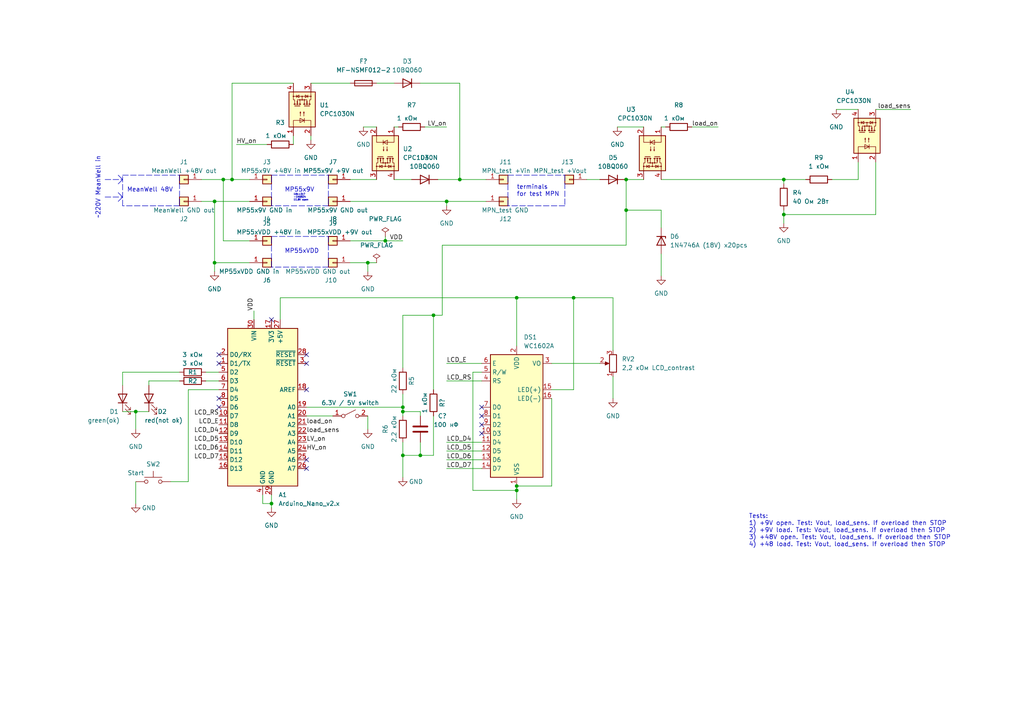
<source format=kicad_sch>
(kicad_sch (version 20211123) (generator eeschema)
  (paper "A4")
  (title_block (title "MPNtest") (date "2022-05-14"))
  (lib_symbols
    (symbol "Connector_Generic:Conn_01x01" (pin_names (offset 1.016) hide)
      (property "Reference" "J" (at 0 2.54 0))
      (property "Value" "Conn_01x01" (at 0 -2.54 0))
      (symbol "Conn_01x01_1_1"
        (rectangle (start -1.27 0.127) (end 0 -0.127) (stroke (width 0.1524)))
        (rectangle (start -1.27 1.27) (end 1.27 -1.27) (stroke (width 0.254)) (fill (type background)))
        (pin passive line (at -5.08 0 0) (length 3.81) (name "Pin_1") (number "1"))
      )
    )
    (symbol "Device:C" (pin_numbers hide) (pin_names (offset 0.254))
      (property "Reference" "C" (at 0.635 2.54 0))
      (property "Value" "C" (at 0.635 -2.54 0))
      (symbol "C_0_1"
        (polyline (pts (xy -2.032 -0.762) (xy 2.032 -0.762)) (stroke (width 0.508)))
        (polyline (pts (xy -2.032 0.762) (xy 2.032 0.762)) (stroke (width 0.508)))
      )
      (symbol "C_1_1"
        (pin passive line (at 0 3.81 270) (length 2.794) (name "~") (number "1"))
        (pin passive line (at 0 -3.81 90) (length 2.794) (name "~") (number "2"))
      )
    )
    (symbol "Device:D_Zener" (pin_numbers hide) (pin_names (offset 1.016) hide)
      (property "Reference" "D" (at 0 2.54 0))
      (property "Value" "D_Zener" (at 0 -2.54 0))
      (symbol "D_Zener_0_1"
        (polyline (pts (xy 1.27 0) (xy -1.27 0)))
        (polyline (pts (xy -1.27 -1.27) (xy -1.27 1.27) (xy -0.762 1.27)) (stroke (width 0.254)))
        (polyline (pts (xy 1.27 -1.27) (xy 1.27 1.27) (xy -1.27 0) (xy 1.27 -1.27)) (stroke (width 0.254)))
      )
      (symbol "D_Zener_1_1"
        (pin passive line (at -3.81 0 0) (length 2.54) (name "K") (number "1"))
        (pin passive line (at 3.81 0 180) (length 2.54) (name "A") (number "2"))
      )
    )
    (symbol "Device:Fuse" (pin_numbers hide) (pin_names (offset 0))
      (property "Reference" "F" (at 2.032 0 90))
      (property "Value" "Fuse" (at -1.905 0 90))
      (symbol "Fuse_0_1"
        (rectangle (start -0.762 -2.54) (end 0.762 2.54) (stroke (width 0.254)))
        (polyline (pts (xy 0 2.54) (xy 0 -2.54)))
      )
      (symbol "Fuse_1_1"
        (pin passive line (at 0 3.81 270) (length 1.27) (name "~") (number "1"))
        (pin passive line (at 0 -3.81 90) (length 1.27) (name "~") (number "2"))
      )
    )
    (symbol "Device:LED" (pin_numbers hide) (pin_names (offset 1.016) hide)
      (property "Reference" "D" (at 0 2.54 0))
      (property "Value" "LED" (at 0 -2.54 0))
      (symbol "LED_0_1"
        (polyline (pts (xy -1.27 -1.27) (xy -1.27 1.27)) (stroke (width 0.254)))
        (polyline (pts (xy -1.27 0) (xy 1.27 0)))
        (polyline (pts (xy 1.27 -1.27) (xy 1.27 1.27) (xy -1.27 0) (xy 1.27 -1.27)) (stroke (width 0.254)))
        (polyline (pts (xy -3.048 -0.762) (xy -4.572 -2.286) (xy -3.81 -2.286) (xy -4.572 -2.286) (xy -4.572 -1.524)))
        (polyline (pts (xy -1.778 -0.762) (xy -3.302 -2.286) (xy -2.54 -2.286) (xy -3.302 -2.286) (xy -3.302 -1.524)))
      )
      (symbol "LED_1_1"
        (pin passive line (at -3.81 0 0) (length 2.54) (name "K") (number "1"))
        (pin passive line (at 3.81 0 180) (length 2.54) (name "A") (number "2"))
      )
    )
    (symbol "Device:R" (pin_numbers hide) (pin_names (offset 0))
      (property "Reference" "R" (at 2.032 0 90))
      (property "Value" "R" (at 0 0 90))
      (symbol "R_0_1"
        (rectangle (start -1.016 -2.54) (end 1.016 2.54) (stroke (width 0.254)))
      )
      (symbol "R_1_1"
        (pin passive line (at 0 3.81 270) (length 1.27) (name "~") (number "1"))
        (pin passive line (at 0 -3.81 90) (length 1.27) (name "~") (number "2"))
      )
    )
    (symbol "Device:R_Potentiometer" (pin_names (offset 1.016) hide)
      (property "Reference" "RV" (at -4.445 0 90))
      (property "Value" "R_Potentiometer" (at -2.54 0 90))
      (symbol "R_Potentiometer_0_1"
        (polyline (pts (xy 2.54 0) (xy 1.524 0)))
        (polyline (pts (xy 1.143 0) (xy 2.286 0.508) (xy 2.286 -0.508) (xy 1.143 0)) (fill (type outline)))
        (rectangle (start 1.016 2.54) (end -1.016 -2.54) (stroke (width 0.254)))
      )
      (symbol "R_Potentiometer_1_1"
        (pin passive line (at 0 3.81 270) (length 1.27) (name "1") (number "1"))
        (pin passive line (at 3.81 0 180) (length 1.27) (name "2") (number "2"))
        (pin passive line (at 0 -3.81 90) (length 1.27) (name "3") (number "3"))
      )
    )
    (symbol "Diode:1N4001" (pin_numbers hide) (pin_names (offset 1.016) hide)
      (property "Reference" "D" (at 0 2.54 0))
      (property "Value" "1N4001" (at 0 -2.54 0))
      (symbol "1N4001_0_1"
        (polyline (pts (xy -1.27 1.27) (xy -1.27 -1.27)) (stroke (width 0.254)))
        (polyline (pts (xy 1.27 0) (xy -1.27 0)))
        (polyline (pts (xy 1.27 1.27) (xy 1.27 -1.27) (xy -1.27 0) (xy 1.27 1.27)) (stroke (width 0.254)))
      )
      (symbol "1N4001_1_1"
        (pin passive line (at -3.81 0 0) (length 2.54) (name "K") (number "1"))
        (pin passive line (at 3.81 0 180) (length 2.54) (name "A") (number "2"))
      )
    )
    (symbol "Display_Character:WC1602A"
      (property "Reference" "DS" (at -5.842 19.05 0))
      (property "Value" "WC1602A" (at 5.334 19.05 0))
      (symbol "WC1602A_1_1"
        (rectangle (start -7.62 17.78) (end 7.62 -17.78) (stroke (width 0.254)) (fill (type background)))
        (pin power_in line (at 0 -20.32 90) (length 2.54) (name "VSS") (number "1"))
        (pin input line (at -10.16 -5.08 0) (length 2.54) (name "D3") (number "10"))
        (pin input line (at -10.16 -7.62 0) (length 2.54) (name "D4") (number "11"))
        (pin input line (at -10.16 -10.16 0) (length 2.54) (name "D5") (number "12"))
        (pin input line (at -10.16 -12.7 0) (length 2.54) (name "D6") (number "13"))
        (pin input line (at -10.16 -15.24 0) (length 2.54) (name "D7") (number "14"))
        (pin power_in line (at 10.16 7.62 180) (length 2.54) (name "LED(+)") (number "15"))
        (pin power_in line (at 10.16 5.08 180) (length 2.54) (name "LED(-)") (number "16"))
        (pin power_in line (at 0 20.32 270) (length 2.54) (name "VDD") (number "2"))
        (pin input line (at 10.16 15.24 180) (length 2.54) (name "VO") (number "3"))
        (pin input line (at -10.16 10.16 0) (length 2.54) (name "RS") (number "4"))
        (pin input line (at -10.16 12.7 0) (length 2.54) (name "R/W") (number "5"))
        (pin input line (at -10.16 15.24 0) (length 2.54) (name "E") (number "6"))
        (pin input line (at -10.16 2.54 0) (length 2.54) (name "D0") (number "7"))
        (pin input line (at -10.16 0 0) (length 2.54) (name "D1") (number "8"))
        (pin input line (at -10.16 -2.54 0) (length 2.54) (name "D2") (number "9"))
      )
    )
    (symbol "MCU_Module:Arduino_Nano_v2.x"
      (property "Reference" "A" (at -10.16 23.495 0))
      (property "Value" "Arduino_Nano_v2.x" (at 5.08 -24.13 0))
      (symbol "Arduino_Nano_v2.x_0_1"
        (rectangle (start -10.16 22.86) (end 10.16 -22.86) (stroke (width 0.254)) (fill (type background)))
      )
      (symbol "Arduino_Nano_v2.x_1_1"
        (pin bidirectional line (at -12.7 12.7 0) (length 2.54) (name "D1/TX") (number "1"))
        (pin bidirectional line (at -12.7 -2.54 0) (length 2.54) (name "D7") (number "10"))
        (pin bidirectional line (at -12.7 -5.08 0) (length 2.54) (name "D8") (number "11"))
        (pin bidirectional line (at -12.7 -7.62 0) (length 2.54) (name "D9") (number "12"))
        (pin bidirectional line (at -12.7 -10.16 0) (length 2.54) (name "D10") (number "13"))
        (pin bidirectional line (at -12.7 -12.7 0) (length 2.54) (name "D11") (number "14"))
        (pin bidirectional line (at -12.7 -15.24 0) (length 2.54) (name "D12") (number "15"))
        (pin bidirectional line (at -12.7 -17.78 0) (length 2.54) (name "D13") (number "16"))
        (pin power_out line (at 2.54 25.4 270) (length 2.54) (name "3V3") (number "17"))
        (pin input line (at 12.7 5.08 180) (length 2.54) (name "AREF") (number "18"))
        (pin bidirectional line (at 12.7 0 180) (length 2.54) (name "A0") (number "19"))
        (pin bidirectional line (at -12.7 15.24 0) (length 2.54) (name "D0/RX") (number "2"))
        (pin bidirectional line (at 12.7 -2.54 180) (length 2.54) (name "A1") (number "20"))
        (pin bidirectional line (at 12.7 -5.08 180) (length 2.54) (name "A2") (number "21"))
        (pin bidirectional line (at 12.7 -7.62 180) (length 2.54) (name "A3") (number "22"))
        (pin bidirectional line (at 12.7 -10.16 180) (length 2.54) (name "A4") (number "23"))
        (pin bidirectional line (at 12.7 -12.7 180) (length 2.54) (name "A5") (number "24"))
        (pin bidirectional line (at 12.7 -15.24 180) (length 2.54) (name "A6") (number "25"))
        (pin bidirectional line (at 12.7 -17.78 180) (length 2.54) (name "A7") (number "26"))
        (pin power_out line (at 5.08 25.4 270) (length 2.54) (name "+5V") (number "27"))
        (pin input line (at 12.7 15.24 180) (length 2.54) (name "~{RESET}") (number "28"))
        (pin power_in line (at 2.54 -25.4 90) (length 2.54) (name "GND") (number "29"))
        (pin input line (at 12.7 12.7 180) (length 2.54) (name "~{RESET}") (number "3"))
        (pin power_in line (at -2.54 25.4 270) (length 2.54) (name "VIN") (number "30"))
        (pin power_in line (at 0 -25.4 90) (length 2.54) (name "GND") (number "4"))
        (pin bidirectional line (at -12.7 10.16 0) (length 2.54) (name "D2") (number "5"))
        (pin bidirectional line (at -12.7 7.62 0) (length 2.54) (name "D3") (number "6"))
        (pin bidirectional line (at -12.7 5.08 0) (length 2.54) (name "D4") (number "7"))
        (pin bidirectional line (at -12.7 2.54 0) (length 2.54) (name "D5") (number "8"))
        (pin bidirectional line (at -12.7 0 0) (length 2.54) (name "D6") (number "9"))
      )
    )
    (symbol "Relay_SolidState:CPC1017N"
      (property "Reference" "U" (at -5.08 5.08 0))
      (property "Value" "CPC1017N" (at 0 5.08 0))
      (symbol "CPC1017N_0_1"
        (rectangle (start -5.08 3.81) (end 5.08 -3.81) (stroke (width 0.254)) (fill (type background)))
        (polyline (pts (xy -3.81 -0.635) (xy -2.54 -0.635)))
        (polyline (pts (xy 1.016 -0.635) (xy 1.016 -2.159)) (stroke (width 0.2032)))
        (polyline (pts (xy 1.016 2.159) (xy 1.016 0.635)) (stroke (width 0.2032)))
        (polyline (pts (xy 1.524 -0.508) (xy 1.524 -0.762)) (stroke (width 0.3556)))
        (polyline (pts (xy 2.794 0) (xy 3.81 0)))
        (polyline (pts (xy 3.429 -1.651) (xy 4.191 -1.651)))
        (polyline (pts (xy 3.429 1.651) (xy 4.191 1.651)))
        (polyline (pts (xy 3.81 -2.54) (xy 3.81 2.54)))
        (polyline (pts (xy 1.524 -2.032) (xy 1.524 -2.286) (xy 1.524 -2.286)) (stroke (width 0.3556)))
        (polyline (pts (xy 1.524 -1.27) (xy 1.524 -1.524) (xy 1.524 -1.524)) (stroke (width 0.3556)))
        (polyline (pts (xy 1.524 0.762) (xy 1.524 0.508) (xy 1.524 0.508)) (stroke (width 0.3556)))
        (polyline (pts (xy 1.524 1.524) (xy 1.524 1.27) (xy 1.524 1.27)) (stroke (width 0.3556)))
        (polyline (pts (xy 1.524 2.286) (xy 1.524 2.032) (xy 1.524 2.032)) (stroke (width 0.3556)))
        (polyline (pts (xy 1.651 -1.397) (xy 2.794 -1.397) (xy 2.794 -0.635)))
        (polyline (pts (xy 1.651 1.397) (xy 2.794 1.397) (xy 2.794 0.635)))
        (polyline (pts (xy -5.08 2.54) (xy -3.175 2.54) (xy -3.175 -2.54) (xy -5.08 -2.54)))
        (polyline (pts (xy -3.175 -0.635) (xy -3.81 0.635) (xy -2.54 0.635) (xy -3.175 -0.635)))
        (polyline (pts (xy 1.651 -2.159) (xy 2.794 -2.159) (xy 2.794 -2.54) (xy 5.08 -2.54)))
        (polyline (pts (xy 1.651 -0.635) (xy 2.794 -0.635) (xy 2.794 0.635) (xy 1.651 0.635)))
        (polyline (pts (xy 1.651 2.159) (xy 2.794 2.159) (xy 2.794 2.54) (xy 5.08 2.54)))
        (polyline (pts (xy 1.778 -1.397) (xy 2.286 -1.27) (xy 2.286 -1.524) (xy 1.778 -1.397)))
        (polyline (pts (xy 1.778 1.397) (xy 2.286 1.524) (xy 2.286 1.27) (xy 1.778 1.397)))
        (polyline (pts (xy 3.81 -1.651) (xy 3.429 -0.889) (xy 4.191 -0.889) (xy 3.81 -1.651)))
        (polyline (pts (xy 3.81 1.651) (xy 3.429 0.889) (xy 4.191 0.889) (xy 3.81 1.651)))
        (polyline (pts (xy -1.905 -0.508) (xy -0.635 -0.508) (xy -1.016 -0.635) (xy -1.016 -0.381) (xy -0.635 -0.508)))
        (polyline (pts (xy -1.905 0.508) (xy -0.635 0.508) (xy -1.016 0.381) (xy -1.016 0.635) (xy -0.635 0.508)))
        (circle (center 2.794 -0.635) (radius 0.127))
        (circle (center 2.794 0) (radius 0.127))
        (circle (center 2.794 0.635) (radius 0.127))
        (circle (center 3.81 -2.54) (radius 0.127))
        (circle (center 3.81 0) (radius 0.127))
        (circle (center 3.81 2.54) (radius 0.127))
      )
      (symbol "CPC1017N_1_1"
        (pin passive line (at -7.62 2.54 0) (length 2.54) (name "~") (number "1"))
        (pin passive line (at -7.62 -2.54 0) (length 2.54) (name "~") (number "2"))
        (pin passive line (at 7.62 -2.54 180) (length 2.54) (name "~") (number "3"))
        (pin passive line (at 7.62 2.54 180) (length 2.54) (name "~") (number "4"))
      )
    )
    (symbol "Switch:SW_Push" (pin_numbers hide) (pin_names (offset 1.016) hide)
      (property "Reference" "SW" (at 1.27 2.54 0))
      (property "Value" "SW_Push" (at 0 -1.524 0))
      (symbol "SW_Push_0_1"
        (circle (center -2.032 0) (radius 0.508))
        (polyline (pts (xy 0 1.27) (xy 0 3.048)))
        (polyline (pts (xy 2.54 1.27) (xy -2.54 1.27)))
        (circle (center 2.032 0) (radius 0.508))
        (pin passive line (at -5.08 0 0) (length 2.54) (name "1") (number "1"))
        (pin passive line (at 5.08 0 180) (length 2.54) (name "2") (number "2"))
      )
    )
    (symbol "Switch:SW_SPST" (pin_names (offset 0) hide)
      (property "Reference" "SW" (at 0 3.175 0))
      (property "Value" "SW_SPST" (at 0 -2.54 0))
      (symbol "SW_SPST_0_0"
        (circle (center -2.032 0) (radius 0.508))
        (polyline (pts (xy -1.524 0.254) (xy 1.524 1.778)))
        (circle (center 2.032 0) (radius 0.508))
      )
      (symbol "SW_SPST_1_1"
        (pin passive line (at -5.08 0 0) (length 2.54) (name "A") (number "1"))
        (pin passive line (at 5.08 0 180) (length 2.54) (name "B") (number "2"))
      )
    )
    (symbol "power:GND" (power) (pin_names (offset 0))
      (property "Value" "GND" (at 0 -3.81 0))
      (symbol "GND_0_1"
        (polyline (pts (xy 0 0) (xy 0 -1.27) (xy 1.27 -1.27) (xy 0 -2.54) (xy -1.27 -1.27) (xy 0 -1.27)))
      )
      (symbol "GND_1_1"
        (pin power_in line (at 0 0 270) (length 0) hide (name "GND") (number "1"))
      )
    )
    (symbol "power:PWR_FLAG" (power) (pin_numbers hide) (pin_names (offset 0) hide)
      (property "Value" "PWR_FLAG" (at 0 3.81 0))
      (symbol "PWR_FLAG_0_0"
        (pin power_out line (at 0 0 90) (length 0) (name "pwr") (number "1"))
      )
      (symbol "PWR_FLAG_0_1"
        (polyline (pts (xy 0 0) (xy 0 1.27) (xy -1.016 1.905) (xy 0 2.54) (xy 1.016 1.905) (xy 0 1.27)))
      )
    )
  )
  (junction (at 62.23 58.42))
  (junction (at 111.76 69.85))
  (junction (at 78.74 146.05))
  (junction (at 39.37 119.38))
  (junction (at 166.37 86.36))
  (junction (at 106.68 76.2))
  (junction (at 125.73 91.44))
  (junction (at 116.84 119.38))
  (junction (at 133.35 52.07))
  (junction (at 227.33 52.07))
  (junction (at 227.33 62.23))
  (junction (at 116.84 118.11))
  (junction (at 129.54 58.42))
  (junction (at 149.86 86.36))
  (junction (at 62.23 76.2))
  (junction (at 116.84 132.08))
  (junction (at 149.86 140.97))
  (junction (at 181.61 60.96))
  (junction (at 181.61 52.07))
  (junction (at 67.31 52.07))
  (junction (at 64.77 52.07))
  (junction (at 149.86 142.24))
  (junction (at 121.92 132.08))
  (no_connect (at 63.5 115.57))
  (no_connect (at 63.5 118.11))
  (no_connect (at 63.5 102.87))
  (no_connect (at 63.5 105.41))
  (no_connect (at 78.74 92.71))
  (no_connect (at 88.9 102.87))
  (no_connect (at 88.9 105.41))
  (no_connect (at 88.9 113.03))
  (no_connect (at 139.7 118.11))
  (no_connect (at 139.7 120.65))
  (no_connect (at 139.7 123.19))
  (no_connect (at 139.7 125.73))
  (no_connect (at 88.9 133.35))
  (no_connect (at 88.9 135.89))
  (wire (pts (xy 116.84 119.38) (xy 121.92 119.38)))
  (polyline (pts (xy 34.29 53.34) (xy 35.56 52.07)))
  (polyline (pts (xy 30.48 52.07) (xy 35.56 52.07)))
  (wire (pts (xy 181.61 52.07) (xy 186.69 52.07)))
  (wire (pts (xy 133.35 24.13) (xy 133.35 52.07)))
  (wire (pts (xy 121.92 128.27) (xy 121.92 132.08)))
  (wire (pts (xy 67.31 24.13) (xy 67.31 52.07)))
  (wire (pts (xy 39.37 119.38) (xy 39.37 124.46)))
  (polyline (pts (xy 163.83 59.69) (xy 147.32 59.69)))
  (wire (pts (xy 85.09 24.13) (xy 67.31 24.13)))
  (wire (pts (xy 101.6 58.42) (xy 129.54 58.42)))
  (wire (pts (xy 39.37 119.38) (xy 43.18 119.38)))
  (wire (pts (xy 101.6 52.07) (xy 109.22 52.07)))
  (wire (pts (xy 121.92 120.65) (xy 121.92 119.38)))
  (polyline (pts (xy 35.56 50.8) (xy 52.07 50.8)))
  (polyline (pts (xy 52.07 59.69) (xy 35.56 59.69)))
  (wire (pts (xy 81.28 86.36) (xy 81.28 92.71)))
  (wire (pts (xy 227.33 52.07) (xy 233.68 52.07)))
  (polyline (pts (xy 147.32 59.69) (xy 147.32 50.8)))
  (wire (pts (xy 181.61 71.12) (xy 181.61 60.96)))
  (wire (pts (xy 88.9 118.11) (xy 116.84 118.11)))
  (wire (pts (xy 129.54 128.27) (xy 139.7 128.27)))
  (wire (pts (xy 106.68 120.65) (xy 106.68 124.46)))
  (wire (pts (xy 241.3 52.07) (xy 248.92 52.07)))
  (wire (pts (xy 54.61 139.7) (xy 49.53 139.7)))
  (wire (pts (xy 133.35 52.07) (xy 140.97 52.07)))
  (wire (pts (xy 106.68 76.2) (xy 109.22 76.2)))
  (wire (pts (xy 242.57 31.75) (xy 248.92 31.75)))
  (wire (pts (xy 116.84 91.44) (xy 125.73 91.44)))
  (wire (pts (xy 76.2 143.51) (xy 76.2 146.05)))
  (polyline (pts (xy 95.25 77.47) (xy 78.74 77.47)))
  (wire (pts (xy 111.76 69.85) (xy 116.84 69.85)))
  (wire (pts (xy 254 62.23) (xy 254 46.99)))
  (polyline (pts (xy 147.32 50.8) (xy 163.83 50.8)))
  (polyline (pts (xy 34.29 55.88) (xy 35.56 57.15)))
  (polyline (pts (xy 163.83 50.8) (xy 163.83 59.69)))
  (wire (pts (xy 227.33 52.07) (xy 227.33 53.34)))
  (wire (pts (xy 35.56 107.95) (xy 35.56 111.76)))
  (wire (pts (xy 149.86 86.36) (xy 81.28 86.36)))
  (wire (pts (xy 62.23 76.2) (xy 62.23 58.42)))
  (polyline (pts (xy 78.74 50.8) (xy 95.25 50.8)))
  (wire (pts (xy 62.23 76.2) (xy 62.23 78.74)))
  (wire (pts (xy 116.84 128.27) (xy 116.84 132.08)))
  (wire (pts (xy 78.74 146.05) (xy 78.74 147.32)))
  (wire (pts (xy 88.9 120.65) (xy 96.52 120.65)))
  (wire (pts (xy 101.6 76.2) (xy 106.68 76.2)))
  (wire (pts (xy 248.92 52.07) (xy 248.92 46.99)))
  (wire (pts (xy 121.92 132.08) (xy 125.73 132.08)))
  (wire (pts (xy 85.09 39.37) (xy 85.09 41.91)))
  (polyline (pts (xy 78.74 59.69) (xy 78.74 50.8)))
  (wire (pts (xy 116.84 118.11) (xy 116.84 119.38)))
  (wire (pts (xy 39.37 139.7) (xy 39.37 146.05)))
  (wire (pts (xy 181.61 60.96) (xy 181.61 52.07)))
  (wire (pts (xy 58.42 58.42) (xy 62.23 58.42)))
  (wire (pts (xy 114.3 52.07) (xy 119.38 52.07)))
  (wire (pts (xy 121.92 24.13) (xy 133.35 24.13)))
  (wire (pts (xy 116.84 132.08) (xy 116.84 138.43)))
  (wire (pts (xy 58.42 52.07) (xy 64.77 52.07)))
  (polyline (pts (xy 34.29 58.42) (xy 35.56 57.15)))
  (wire (pts (xy 116.84 114.3) (xy 116.84 118.11)))
  (wire (pts (xy 125.73 91.44) (xy 125.73 113.03)))
  (wire (pts (xy 128.27 91.44) (xy 128.27 71.12)))
  (wire (pts (xy 116.84 119.38) (xy 116.84 120.65)))
  (wire (pts (xy 191.77 36.83) (xy 193.04 36.83)))
  (wire (pts (xy 179.07 36.83) (xy 186.69 36.83)))
  (wire (pts (xy 129.54 133.35) (xy 139.7 133.35)))
  (wire (pts (xy 59.69 107.95) (xy 63.5 107.95)))
  (wire (pts (xy 129.54 105.41) (xy 139.7 105.41)))
  (wire (pts (xy 116.84 91.44) (xy 116.84 106.68)))
  (wire (pts (xy 72.39 76.2) (xy 62.23 76.2)))
  (wire (pts (xy 59.69 110.49) (xy 63.5 110.49)))
  (wire (pts (xy 90.17 39.37) (xy 90.17 40.64)))
  (polyline (pts (xy 95.25 59.69) (xy 78.74 59.69)))
  (wire (pts (xy 139.7 107.95) (xy 137.16 107.95)))
  (wire (pts (xy 78.74 143.51) (xy 78.74 146.05)))
  (wire (pts (xy 227.33 62.23) (xy 227.33 64.77)))
  (wire (pts (xy 191.77 52.07) (xy 227.33 52.07)))
  (wire (pts (xy 116.84 132.08) (xy 121.92 132.08)))
  (wire (pts (xy 191.77 66.04) (xy 191.77 60.96)))
  (wire (pts (xy 125.73 91.44) (xy 128.27 91.44)))
  (wire (pts (xy 35.56 119.38) (xy 39.37 119.38)))
  (wire (pts (xy 177.8 109.22) (xy 177.8 115.57)))
  (wire (pts (xy 67.31 52.07) (xy 72.39 52.07)))
  (wire (pts (xy 101.6 69.85) (xy 111.76 69.85)))
  (wire (pts (xy 43.18 110.49) (xy 43.18 111.76)))
  (wire (pts (xy 149.86 140.97) (xy 149.86 142.24)))
  (wire (pts (xy 111.76 68.58) (xy 111.76 69.85)))
  (wire (pts (xy 73.66 90.17) (xy 73.66 92.71)))
  (wire (pts (xy 106.68 78.74) (xy 106.68 76.2)))
  (polyline (pts (xy 78.74 77.47) (xy 78.74 68.58)))
  (polyline (pts (xy 95.25 50.8) (xy 95.25 59.69)))
  (wire (pts (xy 177.8 86.36) (xy 177.8 101.6)))
  (wire (pts (xy 149.86 86.36) (xy 149.86 100.33)))
  (wire (pts (xy 52.07 110.49) (xy 43.18 110.49)))
  (wire (pts (xy 137.16 107.95) (xy 137.16 142.24)))
  (wire (pts (xy 90.17 24.13) (xy 101.6 24.13)))
  (wire (pts (xy 149.86 142.24) (xy 149.86 144.78)))
  (wire (pts (xy 129.54 58.42) (xy 129.54 59.69)))
  (wire (pts (xy 64.77 52.07) (xy 67.31 52.07)))
  (wire (pts (xy 227.33 60.96) (xy 227.33 62.23)))
  (polyline (pts (xy 35.56 59.69) (xy 35.56 50.8)))
  (wire (pts (xy 54.61 113.03) (xy 54.61 139.7)))
  (wire (pts (xy 76.2 146.05) (xy 78.74 146.05)))
  (wire (pts (xy 160.02 113.03) (xy 166.37 113.03)))
  (wire (pts (xy 68.58 41.91) (xy 77.47 41.91)))
  (wire (pts (xy 200.66 36.83) (xy 208.28 36.83)))
  (wire (pts (xy 127 52.07) (xy 133.35 52.07)))
  (wire (pts (xy 62.23 58.42) (xy 72.39 58.42)))
  (wire (pts (xy 63.5 113.03) (xy 54.61 113.03)))
  (wire (pts (xy 109.22 24.13) (xy 114.3 24.13)))
  (wire (pts (xy 123.19 36.83) (xy 129.54 36.83)))
  (wire (pts (xy 129.54 58.42) (xy 140.97 58.42)))
  (wire (pts (xy 105.41 36.83) (xy 109.22 36.83)))
  (wire (pts (xy 114.3 36.83) (xy 115.57 36.83)))
  (wire (pts (xy 64.77 69.85) (xy 64.77 52.07)))
  (polyline (pts (xy 34.29 50.8) (xy 35.56 52.07)))
  (wire (pts (xy 170.18 52.07) (xy 173.99 52.07)))
  (wire (pts (xy 160.02 115.57) (xy 160.02 140.97)))
  (polyline (pts (xy 95.25 68.58) (xy 95.25 77.47)))
  (polyline (pts (xy 78.74 68.58) (xy 95.25 68.58)))
  (wire (pts (xy 125.73 132.08) (xy 125.73 120.65)))
  (wire (pts (xy 166.37 86.36) (xy 149.86 86.36)))
  (wire (pts (xy 137.16 142.24) (xy 149.86 142.24)))
  (wire (pts (xy 177.8 86.36) (xy 166.37 86.36)))
  (wire (pts (xy 191.77 60.96) (xy 181.61 60.96)))
  (wire (pts (xy 191.77 73.66) (xy 191.77 80.01)))
  (wire (pts (xy 72.39 69.85) (xy 64.77 69.85)))
  (wire (pts (xy 166.37 113.03) (xy 166.37 86.36)))
  (wire (pts (xy 129.54 135.89) (xy 139.7 135.89)))
  (wire (pts (xy 254 31.75) (xy 264.16 31.75)))
  (wire (pts (xy 52.07 107.95) (xy 35.56 107.95)))
  (wire (pts (xy 160.02 140.97) (xy 149.86 140.97)))
  (wire (pts (xy 227.33 62.23) (xy 254 62.23)))
  (wire (pts (xy 160.02 105.41) (xy 173.99 105.41)))
  (wire (pts (xy 129.54 130.81) (xy 139.7 130.81)))
  (wire (pts (xy 128.27 71.12) (xy 181.61 71.12)))
  (polyline (pts (xy 52.07 50.8) (xy 52.07 59.69)))
  (wire (pts (xy 129.54 110.49) (xy 139.7 110.49)))
  (polyline (pts (xy 30.48 57.15) (xy 35.56 57.15)))
  (text "~220V MeanWell in\n" (at 29.21 63.5 90) (effects (font (size 1.27 1.27)) (justify left bottom)))
  (text "terminals \nfor test MPN" (at 149.86 57.15 0) (effects (font (size 1.27 1.27)) (justify left bottom)))
  (text "10k+2k7\n-1N5924\n11.8V open" (at 85.09 58.42 0) (effects (font (size 0.5 0.5)) (justify left bottom)))
  (text "MeanWell 48V" (at 36.83 55.88 0) (effects (font (size 1.27 1.27)) (justify left bottom)))
  (text "Tests:\n1) +9V open. Test: Vout, load_sens. If overload then STOP\n2) +9V load. Test: Vout, load_sens. If overload then STOP\n3) +48V open. Test: Vout, load_sens. If overload then STOP\n4) +48 load. Test: Vout, load_sens. If overload then STOP\n" (at 217.17 158.75 0) (effects (font (size 1.27 1.27)) (justify left bottom)))
  (text "MP55xVDD" (at 82.55 73.66 0) (effects (font (size 1.27 1.27)) (justify left bottom)))
  (text "MP55x9V" (at 82.55 55.88 0) (effects (font (size 1.27 1.27)) (justify left bottom)))
  (label "LCD_D5" (at 63.5 128.27 180))
  (label "LV_on" (at 88.9 128.27 0))
  (label "HV_on" (at 88.9 130.81 0))
  (label "load_sens" (at 264.16 31.75 180))
  (label "LCD_D5" (at 129.54 130.81 0))
  (label "LCD_E" (at 129.54 105.41 0))
  (label "LCD_E" (at 63.5 123.19 180))
  (label "load_on" (at 88.9 123.19 0))
  (label "LV_on" (at 129.54 36.83 180))
  (label "VDD" (at 73.66 90.17 90))
  (label "load_sens" (at 88.9 125.73 0))
  (label "LCD_D7" (at 63.5 133.35 180))
  (label "LCD_RS" (at 129.54 110.49 0))
  (label "HV_on" (at 68.58 41.91 0))
  (label "load_on" (at 208.28 36.83 180))
  (label "LCD_D6" (at 63.5 130.81 180))
  (label "LCD_D4" (at 63.5 125.73 180))
  (label "LCD_D6" (at 129.54 133.35 0))
  (label "LCD_D4" (at 129.54 128.27 0))
  (label "LCD_D7" (at 129.54 135.89 0))
  (label "LCD_RS" (at 63.5 120.65 180))
  (label "VDD" (at 116.84 69.85 180))
  (symbol (lib_id "Device:R") (at 81.28 41.91 90) (unit 1)
    (property "Reference" "R3" (at 81.28 35.56 90))
    (property "Value" "1 кОм" (at 80.01 39.37 90))
    (property "Footprint" "Resistor_THT:R_Axial_Power_L20.0mm_W6.4mm_P22.40mm" (effects hide))
  )
  (symbol (lib_id "power:GND") (at 177.8 115.57 0) (unit 1)
    (property "Reference" "#PWR0101" (effects hide))
    (property "Value" "GND" (at 177.8 120.65 0))
  )
  (symbol (lib_id "power:GND") (at 191.77 80.01 0) (unit 1)
    (property "Reference" "#PWR0115" (effects hide))
    (property "Value" "GND" (at 191.77 85.09 0))
  )
  (symbol (lib_id "power:GND") (at 62.23 78.74 0) (unit 1)
    (property "Reference" "#PWR0104" (effects hide))
    (property "Value" "GND" (at 62.23 83.82 0))
  )
  (symbol (lib_id "Device:R") (at 196.85 36.83 90) (unit 1)
    (property "Reference" "R8" (at 196.85 30.48 90))
    (property "Value" "1 кОм" (at 195.58 34.29 90))
    (property "Footprint" "Resistor_THT:R_Axial_Power_L20.0mm_W6.4mm_P22.40mm" (effects hide))
  )
  (symbol (lib_id "Connector_Generic:Conn_01x01") (at 53.34 52.07 180) (unit 1)
    (property "Reference" "J1" (at 53.34 46.99 0))
    (property "Value" "MeanWell +48V out" (at 53.34 49.53 0))
    (property "Footprint" "Connector_Wire:SolderWire-0.75sqmm_1x01_D1.25mm_OD2.3mm" (effects hide))
  )
  (symbol (lib_id "power:PWR_FLAG") (at 109.22 76.2 0) (unit 1)
    (property "Reference" "#FLG0102" (effects hide))
    (property "Value" "PWR_FLAG" (at 109.22 71.12 0))
  )
  (symbol (lib_id "Relay_SolidState:CPC1017N") (at 87.63 31.75 90) (unit 1)
    (property "Reference" "U1" (at 92.71 30.4799 90) (effects (justify right)))
    (property "Value" "CPC1030N" (at 92.71 33.0199 90) (effects (justify right)))
    (property "Footprint" "Package_SO:SOP-4_3.8x4.1mm_P2.54mm" (effects hide))
    (property "Datasheet" "http://www.ixysic.com/home/pdfs.nsf/www/CPC1017N.pdf/$file/CPC1017N.pdf" (effects hide))
  )
  (symbol (lib_id "Device:R") (at 227.33 57.15 0) (unit 1)
    (property "Reference" "R4" (at 229.87 55.8799 0) (effects (justify left)))
    (property "Value" "40 Ом 2Вт" (at 229.87 58.4199 0) (effects (justify left)))
    (property "Footprint" "Resistor_THT:R_Axial_Power_L20.0mm_W6.4mm_P22.40mm" (effects hide))
  )
  (symbol (lib_id "Connector_Generic:Conn_01x01") (at 77.47 58.42 0) (unit 1)
    (property "Reference" "J4" (at 76.2 63.5 0) (effects (justify left)))
    (property "Value" "MP55x9V GND in" (at 68.58 60.96 0) (effects (justify left)))
    (property "Footprint" "Connector_Wire:SolderWire-0.75sqmm_1x01_D1.25mm_OD2.3mm" (effects hide))
  )
  (symbol (lib_id "power:GND") (at 106.68 78.74 0) (unit 1)
    (property "Reference" "#PWR0114" (effects hide))
    (property "Value" "GND" (at 106.68 83.82 0))
  )
  (symbol (lib_id "MCU_Module:Arduino_Nano_v2.x") (at 76.2 118.11 0) (unit 1)
    (property "Reference" "A1" (at 80.7594 143.51 0) (effects (justify left)))
    (property "Value" "Arduino_Nano_v2.x" (at 80.7594 146.05 0) (effects (justify left)))
    (property "Footprint" "Module:Arduino_Nano" (effects hide))
    (property "Datasheet" "https://www.arduino.cc/en/uploads/Main/ArduinoNanoManual23.pdf" (effects hide))
  )
  (symbol (lib_id "Diode:1N4001") (at 118.11 24.13 180) (unit 1)
    (property "Reference" "D3" (at 118.11 17.78 0))
    (property "Value" "10BQ060" (at 118.11 20.32 0))
    (property "Footprint" "Diode_SMD:D_SMB" (effects hide))
    (property "Datasheet" "http://www.vishay.com/docs/88503/1n4001.pdf" (effects hide))
  )
  (symbol (lib_id "power:GND") (at 106.68 124.46 0) (unit 1)
    (property "Reference" "#PWR0103" (effects hide))
    (property "Value" "GND" (at 106.68 129.54 0))
  )
  (symbol (lib_id "power:GND") (at 179.07 36.83 0) (unit 1)
    (property "Reference" "#PWR0107" (effects hide))
    (property "Value" "GND" (at 179.07 41.91 0))
  )
  (symbol (lib_id "Device:LED") (at 43.18 115.57 90) (unit 1)
    (property "Reference" "D2" (at 45.72 119.38 90) (effects (justify right)))
    (property "Value" "red(not ok)" (at 41.91 121.92 90) (effects (justify right)))
    (property "Footprint" "Diode_THT:D_5W_P5.08mm_Vertical_AnodeUp" (effects hide))
  )
  (symbol (lib_id "Switch:SW_SPST") (at 101.6 120.65 0) (unit 1)
    (property "Reference" "SW1" (at 101.6 114.3 0))
    (property "Value" "6.3V / 5V switch" (at 101.6 116.84 0))
    (property "Footprint" "Connector_Wire:SolderWire-0.75sqmm_1x02_P4.8mm_D1.25mm_OD2.3mm" (effects hide))
  )
  (symbol (lib_id "Connector_Generic:Conn_01x01") (at 96.52 76.2 180) (unit 1)
    (property "Reference" "J10" (at 97.79 81.28 0) (effects (justify left)))
    (property "Value" "MP55xVDD GND out" (at 101.6 78.74 0) (effects (justify left)))
    (property "Footprint" "Connector_Wire:SolderWire-0.75sqmm_1x01_D1.25mm_OD2.3mm" (effects hide))
  )
  (symbol (lib_id "Connector_Generic:Conn_01x01") (at 165.1 52.07 180) (unit 1)
    (property "Reference" "J13" (at 166.37 46.99 0) (effects (justify left)))
    (property "Value" "MPN_test +Vout" (at 170.18 49.53 0) (effects (justify left)))
    (property "Footprint" "Connector_Wire:SolderWire-0.75sqmm_1x01_D1.25mm_OD2.3mm" (effects hide))
  )
  (symbol (lib_id "Diode:1N4001") (at 123.19 52.07 180) (unit 1)
    (property "Reference" "D4" (at 123.19 45.72 0))
    (property "Value" "10BQ060" (at 123.19 48.26 0))
    (property "Footprint" "Diode_SMD:D_SMB" (effects hide))
    (property "Datasheet" "http://www.vishay.com/docs/88503/1n4001.pdf" (effects hide))
  )
  (symbol (lib_id "Switch:SW_Push") (at 44.45 139.7 0) (unit 1)
    (property "Reference" "SW2" (at 44.45 134.62 0))
    (property "Value" "Start" (at 39.37 137.16 0))
    (property "Footprint" "Connector_Wire:SolderWire-0.75sqmm_1x02_P4.8mm_D1.25mm_OD2.3mm" (effects hide))
  )
  (symbol (lib_id "Device:R") (at 125.73 116.84 0) (unit 1)
    (property "Reference" "R?" (at 128.27 116.84 90))
    (property "Value" "1 кОм" (at 123.19 116.84 90))
    (property "Footprint" "Resistor_SMD:R_1206_3216Metric" (effects hide))
  )
  (symbol (lib_id "Device:R") (at 55.88 107.95 270) (unit 1)
    (property "Reference" "R2" (at 55.88 110.49 90))
    (property "Value" "3 кОм" (at 55.88 102.87 90))
    (property "Footprint" "Resistor_SMD:R_1206_3216Metric" (effects hide))
  )
  (symbol (lib_id "Connector_Generic:Conn_01x01") (at 77.47 52.07 0) (unit 1)
    (property "Reference" "J3" (at 76.2 46.99 0) (effects (justify left)))
    (property "Value" "MP55x9V +48V in" (at 69.85 49.53 0) (effects (justify left)))
    (property "Footprint" "Connector_Wire:SolderWire-0.75sqmm_1x01_D1.25mm_OD2.3mm" (effects hide))
  )
  (symbol (lib_id "Device:R") (at 237.49 52.07 90) (unit 1)
    (property "Reference" "R9" (at 237.49 45.72 90))
    (property "Value" "1 кОм" (at 237.49 48.26 90))
    (property "Footprint" "Resistor_THT:R_Axial_Power_L20.0mm_W6.4mm_P22.40mm" (effects hide))
  )
  (symbol (lib_id "power:GND") (at 149.86 144.78 0) (unit 1)
    (property "Reference" "#PWR0112" (effects hide))
    (property "Value" "GND" (at 149.86 149.86 0))
  )
  (symbol (lib_id "Connector_Generic:Conn_01x01") (at 77.47 69.85 0) (unit 1)
    (property "Reference" "J5" (at 76.2 64.77 0) (effects (justify left)))
    (property "Value" "MP55xVDD +48V in" (at 68.58 67.31 0) (effects (justify left)))
    (property "Footprint" "Connector_Wire:SolderWire-0.75sqmm_1x01_D1.25mm_OD2.3mm" (effects hide))
  )
  (symbol (lib_id "Connector_Generic:Conn_01x01") (at 146.05 52.07 0) (unit 1)
    (property "Reference" "J11" (at 144.78 46.99 0) (effects (justify left)))
    (property "Value" "MPN_test +Vin " (at 139.7 49.53 0) (effects (justify left)))
    (property "Footprint" "Connector_Wire:SolderWire-0.75sqmm_1x01_D1.25mm_OD2.3mm" (effects hide))
  )
  (symbol (lib_id "Connector_Generic:Conn_01x01") (at 53.34 58.42 180) (unit 1)
    (property "Reference" "J2" (at 53.34 63.5 0))
    (property "Value" "MeanWell GND out" (at 53.34 60.96 0))
    (property "Footprint" "Connector_Wire:SolderWire-0.75sqmm_1x01_D1.25mm_OD2.3mm" (effects hide))
  )
  (symbol (lib_id "Relay_SolidState:CPC1017N") (at 251.46 39.37 90) (unit 1)
    (property "Reference" "U4" (at 245.11 26.67 90) (effects (justify right)))
    (property "Value" "CPC1030N" (at 242.57 29.21 90) (effects (justify right)))
    (property "Footprint" "Package_SO:SOP-4_3.8x4.1mm_P2.54mm" (effects hide))
    (property "Datasheet" "http://www.ixysic.com/home/pdfs.nsf/www/CPC1017N.pdf/$file/CPC1017N.pdf" (effects hide))
  )
  (symbol (lib_id "Relay_SolidState:CPC1017N") (at 189.23 44.45 270) (unit 1)
    (property "Reference" "U3" (at 181.61 31.75 90) (effects (justify left)))
    (property "Value" "CPC1030N" (at 179.07 34.29 90) (effects (justify left)))
    (property "Footprint" "Package_SO:SOP-4_3.8x4.1mm_P2.54mm" (effects hide))
    (property "Datasheet" "http://www.ixysic.com/home/pdfs.nsf/www/CPC1017N.pdf/$file/CPC1017N.pdf" (effects hide))
  )
  (symbol (lib_id "power:GND") (at 78.74 147.32 0) (unit 1)
    (property "Reference" "#PWR0102" (effects hide))
    (property "Value" "GND" (at 78.74 152.4 0))
  )
  (symbol (lib_id "Device:R") (at 116.84 124.46 0) (unit 1)
    (property "Reference" "R6" (at 111.76 124.46 90))
    (property "Value" "2,2 кОм" (at 114.3 124.46 90))
    (property "Footprint" "Resistor_SMD:R_1206_3216Metric" (effects hide))
  )
  (symbol (lib_id "Device:R_Potentiometer") (at 177.8 105.41 180) (unit 1)
    (property "Reference" "RV2" (at 180.34 104.1399 0) (effects (justify right)))
    (property "Value" "2,2 кОм LCD_contrast" (at 180.34 106.6799 0) (effects (justify right)))
    (property "Footprint" "Potentiometer_THT:Potentiometer_ACP_CA9-H2,5_Horizontal" (effects hide))
  )
  (symbol (lib_id "Device:C") (at 121.92 124.46 0) (unit 1)
    (property "Reference" "C?" (at 127 120.65 0) (effects (justify left)))
    (property "Value" "100 нФ" (at 125.73 123.19 0) (effects (justify left)))
  )
  (symbol (lib_id "power:GND") (at 129.54 59.69 0) (unit 1)
    (property "Reference" "#PWR0108" (effects hide))
    (property "Value" "GND" (at 129.54 64.77 0))
  )
  (symbol (lib_id "Device:R") (at 116.84 110.49 0) (unit 1)
    (property "Reference" "R5" (at 119.38 110.49 90))
    (property "Value" "22 кОм" (at 114.3 110.49 90))
    (property "Footprint" "Resistor_SMD:R_1206_3216Metric" (effects hide))
  )
  (symbol (lib_id "Device:LED") (at 35.56 115.57 90) (unit 1)
    (property "Reference" "D1" (at 31.75 119.38 90) (effects (justify right)))
    (property "Value" "green(ok)" (at 25.4 121.92 90) (effects (justify right)))
    (property "Footprint" "Diode_THT:D_5W_P5.08mm_Vertical_AnodeUp" (effects hide))
  )
  (symbol (lib_id "power:PWR_FLAG") (at 111.76 68.58 0) (unit 1)
    (property "Reference" "#FLG0101" (effects hide))
    (property "Value" "PWR_FLAG" (at 111.76 63.5 0))
  )
  (symbol (lib_id "power:GND") (at 39.37 146.05 0) (unit 1)
    (property "Reference" "#PWR0109" (effects hide))
    (property "Value" "GND" (at 43.18 147.32 0))
  )
  (symbol (lib_id "Device:R") (at 119.38 36.83 90) (unit 1)
    (property "Reference" "R7" (at 119.38 30.48 90))
    (property "Value" "1 кОм" (at 118.11 34.29 90))
    (property "Footprint" "Resistor_THT:R_Axial_Power_L20.0mm_W6.4mm_P22.40mm" (effects hide))
  )
  (symbol (lib_id "Diode:1N4001") (at 177.8 52.07 180) (unit 1)
    (property "Reference" "D5" (at 177.8 45.72 0))
    (property "Value" "10BQ060" (at 177.8 48.26 0))
    (property "Footprint" "Diode_SMD:D_SMB" (effects hide))
    (property "Datasheet" "http://www.vishay.com/docs/88503/1n4001.pdf" (effects hide))
  )
  (symbol (lib_id "power:GND") (at 116.84 138.43 0) (unit 1)
    (property "Reference" "#PWR0113" (effects hide))
    (property "Value" "GND" (at 120.65 139.7 0))
  )
  (symbol (lib_id "power:GND") (at 227.33 64.77 0) (unit 1)
    (property "Reference" "#PWR0106" (effects hide))
    (property "Value" "GND" (at 227.33 69.85 0))
  )
  (symbol (lib_id "Relay_SolidState:CPC1017N") (at 111.76 44.45 270) (unit 1)
    (property "Reference" "U2" (at 116.84 43.1799 90) (effects (justify left)))
    (property "Value" "CPC1030N" (at 116.84 45.7199 90) (effects (justify left)))
    (property "Footprint" "Package_SO:SOP-4_3.8x4.1mm_P2.54mm" (effects hide))
    (property "Datasheet" "http://www.ixysic.com/home/pdfs.nsf/www/CPC1017N.pdf/$file/CPC1017N.pdf" (effects hide))
  )
  (symbol (lib_id "Connector_Generic:Conn_01x01") (at 96.52 69.85 180) (unit 1)
    (property "Reference" "J9" (at 97.79 64.77 0) (effects (justify left)))
    (property "Value" "MP55xVDD +9V out" (at 107.95 67.31 0) (effects (justify left)))
    (property "Footprint" "Connector_Wire:SolderWire-0.75sqmm_1x01_D1.25mm_OD2.3mm" (effects hide))
  )
  (symbol (lib_id "power:GND") (at 105.41 36.83 0) (unit 1)
    (property "Reference" "#PWR0110" (effects hide))
    (property "Value" "GND" (at 105.41 41.91 0))
  )
  (symbol (lib_id "Connector_Generic:Conn_01x01") (at 146.05 58.42 0) (unit 1)
    (property "Reference" "J12" (at 144.78 63.5 0) (effects (justify left)))
    (property "Value" "MPN_test GND" (at 139.7 60.96 0) (effects (justify left)))
    (property "Footprint" "Connector_Wire:SolderWire-0.75sqmm_1x01_D1.25mm_OD2.3mm" (effects hide))
  )
  (symbol (lib_id "Connector_Generic:Conn_01x01") (at 77.47 76.2 0) (unit 1)
    (property "Reference" "J6" (at 76.2 81.28 0) (effects (justify left)))
    (property "Value" "MP55xVDD GND in" (at 63.5 78.74 0) (effects (justify left)))
    (property "Footprint" "Connector_Wire:SolderWire-0.75sqmm_1x01_D1.25mm_OD2.3mm" (effects hide))
  )
  (symbol (lib_id "Device:Fuse") (at 105.41 24.13 90) (unit 1)
    (property "Reference" "F?" (at 105.41 17.78 90))
    (property "Value" "MF-NSMF012-2" (at 105.41 20.32 90))
  )
  (symbol (lib_id "Display_Character:WC1602A") (at 149.86 120.65 0) (unit 1)
    (property "Reference" "DS1" (at 151.8794 97.79 0) (effects (justify left)))
    (property "Value" "WC1602A" (at 151.8794 100.33 0) (effects (justify left)))
    (property "Footprint" "Display:WC1602A" (effects hide))
    (property "Datasheet" "http://www.wincomlcd.com/pdf/WC1602A-SFYLYHTC06.pdf" (effects hide))
  )
  (symbol (lib_id "Connector_Generic:Conn_01x01") (at 96.52 52.07 180) (unit 1)
    (property "Reference" "J7" (at 97.79 46.99 0) (effects (justify left)))
    (property "Value" "MP55x9V +9V out" (at 105.41 49.53 0) (effects (justify left)))
    (property "Footprint" "Connector_Wire:SolderWire-0.75sqmm_1x01_D1.25mm_OD2.3mm" (effects hide))
  )
  (symbol (lib_id "power:GND") (at 39.37 124.46 0) (unit 1)
    (property "Reference" "#PWR01" (effects hide))
    (property "Value" "GND" (at 39.37 129.54 0))
  )
  (symbol (lib_id "Connector_Generic:Conn_01x01") (at 96.52 58.42 180) (unit 1)
    (property "Reference" "J8" (at 97.79 63.5 0) (effects (justify left)))
    (property "Value" "MP55x9V GND out" (at 106.68 60.96 0) (effects (justify left)))
    (property "Footprint" "Connector_Wire:SolderWire-0.75sqmm_1x01_D1.25mm_OD2.3mm" (effects hide))
  )
  (symbol (lib_id "Device:D_Zener") (at 191.77 69.85 270) (unit 1)
    (property "Reference" "D6" (at 194.31 68.5799 90) (effects (justify left)))
    (property "Value" "1N4746A (18V) x20pcs" (at 194.31 71.1199 90) (effects (justify left)))
    (property "Footprint" "Diode_SMD:D_SMB" (effects hide))
  )
  (symbol (lib_id "Device:R") (at 55.88 110.49 90) (unit 1)
    (property "Reference" "R1" (at 55.88 107.95 90))
    (property "Value" "3 кОм" (at 55.88 105.41 90))
    (property "Footprint" "Resistor_SMD:R_1206_3216Metric" (effects hide))
  )
  (symbol (lib_id "power:GND") (at 90.17 40.64 0) (unit 1)
    (property "Reference" "#PWR0111" (effects hide))
    (property "Value" "GND" (at 90.17 45.72 0))
  )
  (symbol (lib_id "power:GND") (at 242.57 31.75 0) (unit 1)
    (property "Reference" "#PWR0105" (effects hide))
    (property "Value" "GND" (at 242.57 36.83 0))
  )
)
</source>
